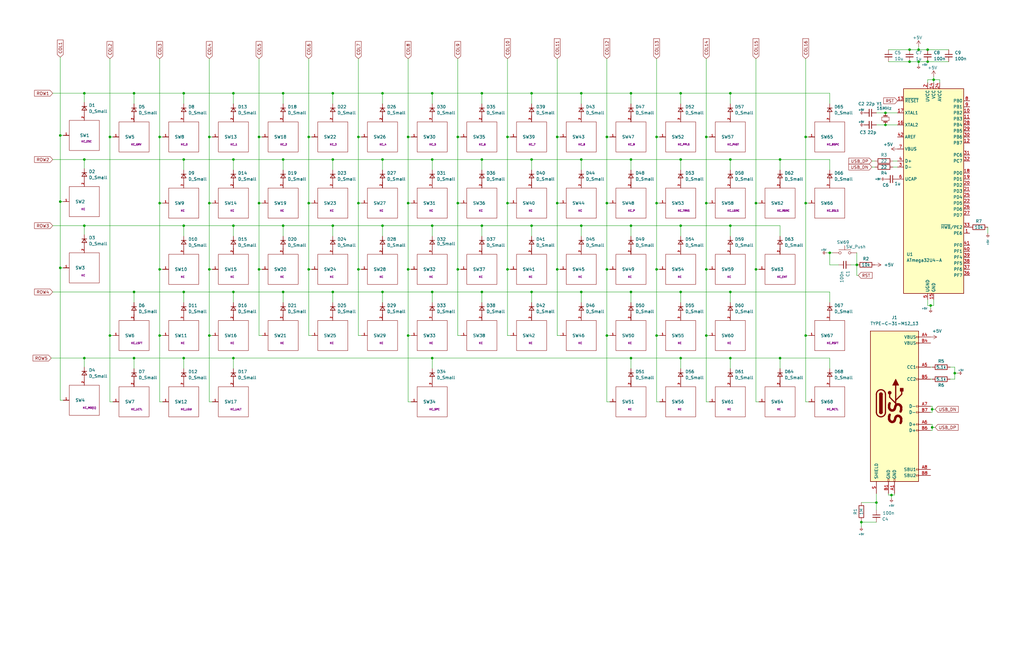
<source format=kicad_sch>
(kicad_sch (version 20211123) (generator eeschema)
  (paper "B")
  (junction (at 109.22 57.785))
  (junction (at 234.95 113.665))
  (junction (at 318.77 85.725))
  (junction (at 213.995 85.725))
  (junction (at 88.265 57.785))
  (junction (at 161.29 67.31))
  (junction (at 363.22 220.345))
  (junction (at 140.335 95.25))
  (junction (at 130.175 113.665))
  (junction (at 276.86 85.725))
  (junction (at 213.995 57.785))
  (junction (at 193.04 85.725))
  (junction (at 297.815 113.665))
  (junction (at 193.04 113.665))
  (junction (at 161.29 123.19))
  (junction (at 361.315 111.76))
  (junction (at 328.93 67.31))
  (junction (at 255.905 141.605))
  (junction (at 276.86 57.785))
  (junction (at 109.22 85.725))
  (junction (at 255.905 57.785))
  (junction (at 276.86 113.665))
  (junction (at 119.38 67.31))
  (junction (at 393.7 33.655))
  (junction (at 287.02 123.19))
  (junction (at 213.995 113.665))
  (junction (at 25.4 85.09))
  (junction (at 373.38 47.625))
  (junction (at 203.2 67.31))
  (junction (at 35.56 67.31))
  (junction (at 130.175 57.785))
  (junction (at 383.54 20.955))
  (junction (at 67.31 113.665))
  (junction (at 193.04 57.785))
  (junction (at 182.245 123.19))
  (junction (at 373.38 52.705))
  (junction (at 391.16 20.955))
  (junction (at 307.975 151.13))
  (junction (at 151.13 57.785))
  (junction (at 393.065 180.34))
  (junction (at 387.35 26.035))
  (junction (at 161.29 39.37))
  (junction (at 182.245 151.13))
  (junction (at 255.905 113.665))
  (junction (at 392.43 128.905))
  (junction (at 98.425 151.13))
  (junction (at 77.47 67.31))
  (junction (at 98.425 39.37))
  (junction (at 402.59 157.48))
  (junction (at 77.47 95.25))
  (junction (at 276.86 141.605))
  (junction (at 182.245 39.37))
  (junction (at 161.29 95.25))
  (junction (at 245.11 67.31))
  (junction (at 151.13 113.665))
  (junction (at 224.155 95.25))
  (junction (at 255.905 85.725))
  (junction (at 339.725 57.785))
  (junction (at 151.13 85.725))
  (junction (at 234.95 85.725))
  (junction (at 172.085 141.605))
  (junction (at 67.31 57.785))
  (junction (at 67.31 85.725))
  (junction (at 203.2 123.19))
  (junction (at 56.515 123.19))
  (junction (at 203.2 39.37))
  (junction (at 77.47 123.19))
  (junction (at 318.77 113.665))
  (junction (at 339.725 85.725))
  (junction (at 46.355 57.785))
  (junction (at 234.95 57.785))
  (junction (at 203.2 95.25))
  (junction (at 172.085 85.725))
  (junction (at 245.11 39.37))
  (junction (at 56.515 39.37))
  (junction (at 387.35 20.955))
  (junction (at 119.38 95.25))
  (junction (at 266.065 151.13))
  (junction (at 224.155 123.19))
  (junction (at 224.155 39.37))
  (junction (at 266.065 95.25))
  (junction (at 287.02 95.25))
  (junction (at 349.885 106.68))
  (junction (at 67.31 141.605))
  (junction (at 287.02 39.37))
  (junction (at 46.355 141.605))
  (junction (at 328.93 151.13))
  (junction (at 119.38 123.19))
  (junction (at 35.56 151.13))
  (junction (at 224.155 67.31))
  (junction (at 182.245 67.31))
  (junction (at 307.975 39.37))
  (junction (at 88.265 113.665))
  (junction (at 77.47 151.13))
  (junction (at 182.245 95.25))
  (junction (at 98.425 67.31))
  (junction (at 266.065 67.31))
  (junction (at 287.02 151.13))
  (junction (at 393.065 172.72))
  (junction (at 35.56 39.37))
  (junction (at 56.515 151.13))
  (junction (at 307.975 67.31))
  (junction (at 119.38 39.37))
  (junction (at 130.175 85.725))
  (junction (at 297.815 85.725))
  (junction (at 109.22 113.665))
  (junction (at 375.92 208.915))
  (junction (at 339.725 141.605))
  (junction (at 25.4 113.03))
  (junction (at 297.815 141.605))
  (junction (at 35.56 95.25))
  (junction (at 98.425 123.19))
  (junction (at 88.265 141.605))
  (junction (at 172.085 57.785))
  (junction (at 25.4 57.15))
  (junction (at 140.335 67.31))
  (junction (at 383.54 26.035))
  (junction (at 297.815 57.785))
  (junction (at 307.975 123.19))
  (junction (at 307.975 95.25))
  (junction (at 140.335 123.19))
  (junction (at 266.065 123.19))
  (junction (at 98.425 95.25))
  (junction (at 245.11 95.25))
  (junction (at 391.16 26.035))
  (junction (at 88.265 85.725))
  (junction (at 172.085 113.665))
  (junction (at 266.065 39.37))
  (junction (at 287.02 67.31))
  (junction (at 77.47 39.37))
  (junction (at 369.57 212.09))
  (junction (at 245.11 123.19))
  (junction (at 140.335 39.37))
  (wire (pts (xy 349.885 43.815) (xy 349.885 39.37)))
  (wire (pts (xy 377.19 208.915) (xy 377.19 208.28)))
  (wire (pts (xy 193.04 85.725) (xy 193.04 113.665)))
  (wire (pts (xy 88.265 141.605) (xy 89.535 141.605)))
  (wire (pts (xy 367.665 67.945) (xy 368.935 67.945)))
  (wire (pts (xy 266.065 99.695) (xy 266.065 95.25)))
  (wire (pts (xy 383.54 26.035) (xy 387.35 26.035)))
  (wire (pts (xy 393.7 126.365) (xy 393.7 128.905)))
  (wire (pts (xy 393.7 33.655) (xy 396.24 33.655)))
  (wire (pts (xy 287.02 123.19) (xy 266.065 123.19)))
  (wire (pts (xy 416.56 95.885) (xy 416.56 98.425)))
  (wire (pts (xy 339.725 57.785) (xy 339.725 85.725)))
  (wire (pts (xy 363.22 220.345) (xy 363.22 219.71)))
  (wire (pts (xy 276.86 141.605) (xy 276.86 169.545)))
  (wire (pts (xy 119.38 71.755) (xy 119.38 67.31)))
  (wire (pts (xy 46.355 57.785) (xy 47.625 57.785)))
  (wire (pts (xy 98.425 43.815) (xy 98.425 39.37)))
  (wire (pts (xy 361.95 116.205) (xy 361.315 116.205)))
  (wire (pts (xy 373.38 52.705) (xy 378.46 52.705)))
  (wire (pts (xy 119.38 67.31) (xy 98.425 67.31)))
  (wire (pts (xy 67.31 141.605) (xy 67.31 169.545)))
  (wire (pts (xy 193.04 113.665) (xy 194.31 113.665)))
  (wire (pts (xy 339.725 141.605) (xy 339.725 169.545)))
  (wire (pts (xy 151.13 141.605) (xy 152.4 141.605)))
  (wire (pts (xy 35.56 154.94) (xy 35.56 151.13)))
  (wire (pts (xy 46.355 141.605) (xy 46.355 169.545)))
  (wire (pts (xy 392.43 128.905) (xy 391.16 128.905)))
  (wire (pts (xy 35.56 99.06) (xy 35.56 95.25)))
  (wire (pts (xy 224.155 123.19) (xy 203.2 123.19)))
  (wire (pts (xy 98.425 39.37) (xy 77.47 39.37)))
  (wire (pts (xy 287.02 67.31) (xy 266.065 67.31)))
  (wire (pts (xy 98.425 99.695) (xy 98.425 95.25)))
  (wire (pts (xy 339.725 169.545) (xy 340.995 169.545)))
  (wire (pts (xy 88.265 24.765) (xy 88.265 57.785)))
  (wire (pts (xy 393.7 128.905) (xy 392.43 128.905)))
  (wire (pts (xy 234.95 113.665) (xy 234.95 141.605)))
  (wire (pts (xy 391.16 128.905) (xy 391.16 126.365)))
  (wire (pts (xy 130.175 85.725) (xy 130.175 113.665)))
  (wire (pts (xy 369.57 52.705) (xy 373.38 52.705)))
  (wire (pts (xy 297.815 113.665) (xy 297.815 141.605)))
  (wire (pts (xy 119.38 39.37) (xy 98.425 39.37)))
  (wire (pts (xy 172.085 141.605) (xy 173.355 141.605)))
  (wire (pts (xy 276.86 113.665) (xy 276.86 141.605)))
  (wire (pts (xy 25.4 113.03) (xy 25.4 168.91)))
  (wire (pts (xy 387.35 20.955) (xy 391.16 20.955)))
  (wire (pts (xy 213.995 113.665) (xy 213.995 141.605)))
  (wire (pts (xy 320.04 85.725) (xy 318.77 85.725)))
  (wire (pts (xy 276.86 57.785) (xy 276.86 85.725)))
  (wire (pts (xy 140.335 67.31) (xy 119.38 67.31)))
  (wire (pts (xy 161.29 123.19) (xy 140.335 123.19)))
  (wire (pts (xy 393.065 173.99) (xy 392.43 173.99)))
  (wire (pts (xy 130.175 113.665) (xy 131.445 113.665)))
  (wire (pts (xy 161.29 127.635) (xy 161.29 123.19)))
  (wire (pts (xy 224.155 67.31) (xy 203.2 67.31)))
  (wire (pts (xy 349.885 106.68) (xy 348.615 106.68)))
  (wire (pts (xy 255.905 141.605) (xy 255.905 169.545)))
  (wire (pts (xy 182.245 155.575) (xy 182.245 151.13)))
  (wire (pts (xy 67.31 113.665) (xy 67.31 141.605)))
  (wire (pts (xy 119.38 127.635) (xy 119.38 123.19)))
  (wire (pts (xy 194.31 85.725) (xy 193.04 85.725)))
  (wire (pts (xy 213.995 57.785) (xy 213.995 85.725)))
  (wire (pts (xy 349.885 155.575) (xy 349.885 151.13)))
  (wire (pts (xy 130.175 24.765) (xy 130.175 57.785)))
  (wire (pts (xy 266.065 127.635) (xy 266.065 123.19)))
  (wire (pts (xy 318.77 113.665) (xy 320.04 113.665)))
  (wire (pts (xy 255.905 169.545) (xy 257.175 169.545)))
  (wire (pts (xy 25.4 113.03) (xy 26.67 113.03)))
  (wire (pts (xy 35.56 39.37) (xy 22.225 39.37)))
  (wire (pts (xy 68.58 85.725) (xy 67.31 85.725)))
  (wire (pts (xy 266.065 39.37) (xy 245.11 39.37)))
  (wire (pts (xy 67.31 57.785) (xy 68.58 57.785)))
  (wire (pts (xy 213.995 113.665) (xy 215.265 113.665)))
  (wire (pts (xy 46.355 24.765) (xy 46.355 57.785)))
  (wire (pts (xy 276.86 24.765) (xy 276.86 57.785)))
  (wire (pts (xy 257.175 85.725) (xy 255.905 85.725)))
  (wire (pts (xy 387.35 19.685) (xy 387.35 20.955)))
  (wire (pts (xy 307.975 123.19) (xy 287.02 123.19)))
  (wire (pts (xy 266.065 67.31) (xy 245.11 67.31)))
  (wire (pts (xy 349.885 111.76) (xy 349.885 106.68)))
  (wire (pts (xy 161.29 43.815) (xy 161.29 39.37)))
  (wire (pts (xy 393.7 32.385) (xy 393.7 33.655)))
  (wire (pts (xy 328.93 71.755) (xy 328.93 67.31)))
  (wire (pts (xy 393.065 179.07) (xy 393.065 180.34)))
  (wire (pts (xy 88.265 169.545) (xy 89.535 169.545)))
  (wire (pts (xy 46.355 169.545) (xy 47.625 169.545)))
  (wire (pts (xy 213.995 24.765) (xy 213.995 57.785)))
  (wire (pts (xy 109.22 57.785) (xy 109.22 85.725)))
  (wire (pts (xy 88.265 57.785) (xy 89.535 57.785)))
  (wire (pts (xy 393.065 171.45) (xy 392.43 171.45)))
  (wire (pts (xy 25.4 85.09) (xy 25.4 113.03)))
  (wire (pts (xy 98.425 123.19) (xy 77.47 123.19)))
  (wire (pts (xy 255.905 113.665) (xy 255.905 141.605)))
  (wire (pts (xy 22.225 123.19) (xy 56.515 123.19)))
  (wire (pts (xy 245.11 127.635) (xy 245.11 123.19)))
  (wire (pts (xy 203.2 95.25) (xy 182.245 95.25)))
  (wire (pts (xy 193.04 57.785) (xy 193.04 85.725)))
  (wire (pts (xy 383.54 20.955) (xy 387.35 20.955)))
  (wire (pts (xy 234.95 113.665) (xy 236.22 113.665)))
  (wire (pts (xy 369.57 47.625) (xy 373.38 47.625)))
  (wire (pts (xy 236.22 85.725) (xy 234.95 85.725)))
  (wire (pts (xy 245.11 95.25) (xy 224.155 95.25)))
  (wire (pts (xy 307.975 127.635) (xy 307.975 123.19)))
  (wire (pts (xy 339.725 24.765) (xy 339.725 57.785)))
  (wire (pts (xy 278.13 85.725) (xy 276.86 85.725)))
  (wire (pts (xy 307.975 151.13) (xy 287.02 151.13)))
  (wire (pts (xy 353.695 111.76) (xy 349.885 111.76)))
  (wire (pts (xy 193.04 141.605) (xy 194.31 141.605)))
  (wire (pts (xy 130.175 57.785) (xy 131.445 57.785)))
  (wire (pts (xy 131.445 85.725) (xy 130.175 85.725)))
  (wire (pts (xy 349.885 106.68) (xy 351.155 106.68)))
  (wire (pts (xy 393.065 179.07) (xy 392.43 179.07)))
  (wire (pts (xy 387.35 26.035) (xy 387.35 27.305)))
  (wire (pts (xy 245.11 39.37) (xy 224.155 39.37)))
  (wire (pts (xy 77.47 123.19) (xy 56.515 123.19)))
  (wire (pts (xy 234.95 141.605) (xy 236.22 141.605)))
  (wire (pts (xy 224.155 99.695) (xy 224.155 95.25)))
  (wire (pts (xy 119.38 99.695) (xy 119.38 95.25)))
  (wire (pts (xy 77.47 39.37) (xy 56.515 39.37)))
  (wire (pts (xy 339.725 141.605) (xy 340.995 141.605)))
  (wire (pts (xy 35.56 67.31) (xy 22.225 67.31)))
  (wire (pts (xy 140.335 43.815) (xy 140.335 39.37)))
  (wire (pts (xy 400.685 160.02) (xy 402.59 160.02)))
  (wire (pts (xy 56.515 39.37) (xy 35.56 39.37)))
  (wire (pts (xy 119.38 95.25) (xy 98.425 95.25)))
  (wire (pts (xy 25.4 24.13) (xy 25.4 57.15)))
  (wire (pts (xy 193.04 57.785) (xy 194.31 57.785)))
  (wire (pts (xy 307.975 155.575) (xy 307.975 151.13)))
  (wire (pts (xy 213.995 141.605) (xy 215.265 141.605)))
  (wire (pts (xy 151.13 113.665) (xy 152.4 113.665)))
  (wire (pts (xy 391.16 33.655) (xy 393.7 33.655)))
  (wire (pts (xy 56.515 155.575) (xy 56.515 151.13)))
  (wire (pts (xy 318.77 85.725) (xy 318.77 113.665)))
  (wire (pts (xy 307.975 123.19) (xy 349.885 123.19)))
  (wire (pts (xy 35.56 95.25) (xy 77.47 95.25)))
  (wire (pts (xy 193.04 113.665) (xy 193.04 141.605)))
  (wire (pts (xy 339.725 85.725) (xy 339.725 141.605)))
  (wire (pts (xy 375.92 208.915) (xy 375.92 210.185)))
  (wire (pts (xy 391.16 20.955) (xy 400.05 20.955)))
  (wire (pts (xy 25.4 57.15) (xy 26.67 57.15)))
  (wire (pts (xy 151.13 57.785) (xy 151.13 85.725)))
  (wire (pts (xy 224.155 95.25) (xy 203.2 95.25)))
  (wire (pts (xy 363.22 220.345) (xy 369.57 220.345)))
  (wire (pts (xy 161.29 99.695) (xy 161.29 95.25)))
  (wire (pts (xy 287.02 39.37) (xy 266.065 39.37)))
  (wire (pts (xy 375.92 208.915) (xy 377.19 208.915)))
  (wire (pts (xy 266.065 155.575) (xy 266.065 151.13)))
  (wire (pts (xy 276.86 113.665) (xy 278.13 113.665)))
  (wire (pts (xy 109.22 24.765) (xy 109.22 57.785)))
  (wire (pts (xy 182.245 99.695) (xy 182.245 95.25)))
  (wire (pts (xy 297.815 113.665) (xy 299.085 113.665)))
  (wire (pts (xy 266.065 123.19) (xy 245.11 123.19)))
  (wire (pts (xy 56.515 151.13) (xy 35.56 151.13)))
  (wire (pts (xy 393.065 180.34) (xy 393.065 181.61)))
  (wire (pts (xy 203.2 39.37) (xy 182.245 39.37)))
  (wire (pts (xy 88.265 141.605) (xy 88.265 169.545)))
  (wire (pts (xy 287.02 155.575) (xy 287.02 151.13)))
  (wire (pts (xy 203.2 67.31) (xy 182.245 67.31)))
  (wire (pts (xy 266.065 71.755) (xy 266.065 67.31)))
  (wire (pts (xy 182.245 127.635) (xy 182.245 123.19)))
  (wire (pts (xy 215.265 85.725) (xy 213.995 85.725)))
  (wire (pts (xy 234.95 24.765) (xy 234.95 57.785)))
  (wire (pts (xy 67.31 57.785) (xy 67.31 85.725)))
  (wire (pts (xy 297.815 57.785) (xy 299.085 57.785)))
  (wire (pts (xy 224.155 39.37) (xy 203.2 39.37)))
  (wire (pts (xy 172.085 57.785) (xy 173.355 57.785)))
  (wire (pts (xy 172.085 24.765) (xy 172.085 57.785)))
  (wire (pts (xy 172.085 113.665) (xy 172.085 141.605)))
  (wire (pts (xy 77.47 127.635) (xy 77.47 123.19)))
  (wire (pts (xy 26.67 85.09) (xy 25.4 85.09)))
  (wire (pts (xy 393.7 33.655) (xy 393.7 34.925)))
  (wire (pts (xy 203.2 127.635) (xy 203.2 123.19)))
  (wire (pts (xy 255.905 85.725) (xy 255.905 113.665)))
  (wire (pts (xy 287.02 151.13) (xy 266.065 151.13)))
  (wire (pts (xy 172.085 169.545) (xy 173.355 169.545)))
  (wire (pts (xy 98.425 155.575) (xy 98.425 151.13)))
  (wire (pts (xy 182.245 71.755) (xy 182.245 67.31)))
  (wire (pts (xy 98.425 151.13) (xy 77.47 151.13)))
  (wire (pts (xy 234.95 57.785) (xy 236.22 57.785)))
  (wire (pts (xy 203.2 123.19) (xy 182.245 123.19)))
  (wire (pts (xy 287.02 99.695) (xy 287.02 95.25)))
  (wire (pts (xy 318.77 113.665) (xy 318.77 169.545)))
  (wire (pts (xy 46.355 57.785) (xy 46.355 141.605)))
  (wire (pts (xy 140.335 99.695) (xy 140.335 95.25)))
  (wire (pts (xy 245.11 67.31) (xy 224.155 67.31)))
  (wire (pts (xy 182.245 39.37) (xy 161.29 39.37)))
  (wire (pts (xy 98.425 127.635) (xy 98.425 123.19)))
  (wire (pts (xy 88.265 113.665) (xy 88.265 141.605)))
  (wire (pts (xy 297.815 169.545) (xy 299.085 169.545)))
  (wire (pts (xy 140.335 95.25) (xy 119.38 95.25)))
  (wire (pts (xy 193.04 24.765) (xy 193.04 57.785)))
  (wire (pts (xy 88.265 113.665) (xy 89.535 113.665)))
  (wire (pts (xy 110.49 85.725) (xy 109.22 85.725)))
  (wire (pts (xy 161.29 39.37) (xy 140.335 39.37)))
  (wire (pts (xy 98.425 95.25) (xy 77.47 95.25)))
  (wire (pts (xy 297.815 141.605) (xy 297.815 169.545)))
  (wire (pts (xy 109.22 57.785) (xy 110.49 57.785)))
  (wire (pts (xy 152.4 85.725) (xy 151.13 85.725)))
  (wire (pts (xy 56.515 43.815) (xy 56.515 39.37)))
  (wire (pts (xy 140.335 127.635) (xy 140.335 123.19)))
  (wire (pts (xy 307.975 95.25) (xy 287.02 95.25)))
  (wire (pts (xy 276.86 85.725) (xy 276.86 113.665)))
  (wire (pts (xy 67.31 85.725) (xy 67.31 113.665)))
  (wire (pts (xy 98.425 151.13) (xy 182.245 151.13)))
  (wire (pts (xy 276.86 57.785) (xy 278.13 57.785)))
  (wire (pts (xy 172.085 141.605) (xy 172.085 169.545)))
  (wire (pts (xy 140.335 123.19) (xy 119.38 123.19)))
  (wire (pts (xy 255.905 57.785) (xy 255.905 85.725)))
  (wire (pts (xy 77.47 99.695) (xy 77.47 95.25)))
  (wire (pts (xy 151.13 57.785) (xy 152.4 57.785)))
  (wire (pts (xy 363.22 222.25) (xy 363.22 220.345)))
  (wire (pts (xy 67.31 141.605) (xy 68.58 141.605)))
  (wire (pts (xy 234.95 57.785) (xy 234.95 85.725)))
  (wire (pts (xy 373.38 47.625) (xy 378.46 47.625)))
  (wire (pts (xy 25.4 57.15) (xy 25.4 85.09)))
  (wire (pts (xy 88.265 57.785) (xy 88.265 85.725)))
  (wire (pts (xy 98.425 67.31) (xy 77.47 67.31)))
  (wire (pts (xy 402.59 160.02) (xy 402.59 157.48)))
  (wire (pts (xy 161.29 71.755) (xy 161.29 67.31)))
  (wire (pts (xy 374.65 20.955) (xy 383.54 20.955)))
  (wire (pts (xy 109.22 85.725) (xy 109.22 113.665)))
  (wire (pts (xy 25.4 168.91) (xy 26.67 168.91)))
  (wire (pts (xy 151.13 85.725) (xy 151.13 113.665)))
  (wire (pts (xy 276.86 169.545) (xy 278.13 169.545)))
  (wire (pts (xy 182.245 67.31) (xy 161.29 67.31)))
  (wire (pts (xy 287.02 95.25) (xy 266.065 95.25)))
  (wire (pts (xy 88.265 85.725) (xy 88.265 113.665)))
  (wire (pts (xy 328.93 95.25) (xy 307.975 95.25)))
  (wire (pts (xy 119.38 123.19) (xy 98.425 123.19)))
  (wire (pts (xy 35.56 43.18) (xy 35.56 39.37)))
  (wire (pts (xy 245.11 43.815) (xy 245.11 39.37)))
  (wire (pts (xy 374.65 208.915) (xy 375.92 208.915)))
  (wire (pts (xy 391.16 34.925) (xy 391.16 33.655)))
  (wire (pts (xy 378.46 67.945) (xy 376.555 67.945)))
  (wire (pts (xy 363.22 212.09) (xy 369.57 212.09)))
  (wire (pts (xy 203.2 99.695) (xy 203.2 95.25)))
  (wire (pts (xy 130.175 57.785) (xy 130.175 85.725)))
  (wire (pts (xy 287.02 127.635) (xy 287.02 123.19)))
  (wire (pts (xy 307.975 43.815) (xy 307.975 39.37)))
  (wire (pts (xy 393.065 181.61) (xy 392.43 181.61)))
  (wire (pts (xy 67.31 113.665) (xy 68.58 113.665)))
  (wire (pts (xy 77.47 151.13) (xy 56.515 151.13)))
  (wire (pts (xy 266.065 43.815) (xy 266.065 39.37)))
  (wire (pts (xy 140.335 71.755) (xy 140.335 67.31)))
  (wire (pts (xy 349.885 151.13) (xy 328.93 151.13)))
  (wire (pts (xy 299.085 85.725) (xy 297.815 85.725)))
  (wire (pts (xy 203.2 71.755) (xy 203.2 67.31)))
  (wire (pts (xy 255.905 113.665) (xy 257.175 113.665)))
  (wire (pts (xy 307.975 39.37) (xy 287.02 39.37)))
  (wire (pts (xy 328.93 151.13) (xy 307.975 151.13)))
  (wire (pts (xy 35.56 151.13) (xy 21.59 151.13)))
  (wire (pts (xy 172.085 113.665) (xy 173.355 113.665)))
  (wire (pts (xy 349.885 71.755) (xy 349.885 67.31)))
  (wire (pts (xy 234.95 85.725) (xy 234.95 113.665)))
  (wire (pts (xy 89.535 85.725) (xy 88.265 85.725)))
  (wire (pts (xy 349.885 127.635) (xy 349.885 123.19)))
  (wire (pts (xy 109.22 113.665) (xy 110.49 113.665)))
  (wire (pts (xy 203.2 43.815) (xy 203.2 39.37)))
  (wire (pts (xy 172.085 85.725) (xy 172.085 113.665)))
  (wire (pts (xy 374.65 26.035) (xy 383.54 26.035)))
  (wire (pts (xy 339.725 57.785) (xy 340.995 57.785)))
  (wire (pts (xy 393.065 180.34) (xy 394.335 180.34)))
  (wire (pts (xy 402.59 157.48) (xy 403.86 157.48)))
  (wire (pts (xy 245.11 123.19) (xy 224.155 123.19)))
  (wire (pts (xy 245.11 99.695) (xy 245.11 95.25)))
  (wire (pts (xy 376.555 70.485) (xy 378.46 70.485)))
  (wire (pts (xy 140.335 39.37) (xy 119.38 39.37)))
  (wire (pts (xy 67.31 169.545) (xy 68.58 169.545)))
  (wire (pts (xy 287.02 43.815) (xy 287.02 39.37)))
  (wire (pts (xy 182.245 123.19) (xy 161.29 123.19)))
  (wire (pts (xy 224.155 43.815) (xy 224.155 39.37)))
  (wire (pts (xy 213.995 85.725) (xy 213.995 113.665)))
  (wire (pts (xy 67.31 24.765) (xy 67.31 57.785)))
  (wire (pts (xy 130.175 113.665) (xy 130.175 141.605)))
  (wire (pts (xy 35.56 67.31) (xy 77.47 67.31)))
  (wire (pts (xy 46.355 141.605) (xy 47.625 141.605)))
  (wire (pts (xy 393.065 172.72) (xy 394.335 172.72)))
  (wire (pts (xy 392.43 154.94) (xy 393.065 154.94)))
  (wire (pts (xy 369.57 212.09) (xy 369.57 215.265)))
  (wire (pts (xy 182.245 95.25) (xy 161.29 95.25)))
  (wire (pts (xy 56.515 127.635) (xy 56.515 123.19)))
  (wire (pts (xy 213.995 57.785) (xy 215.265 57.785)))
  (wire (pts (xy 109.22 113.665) (xy 109.22 141.605)))
  (wire (pts (xy 392.43 128.905) (xy 392.43 130.175)))
  (wire (pts (xy 109.22 141.605) (xy 110.49 141.605)))
  (wire (pts (xy 393.065 172.72) (xy 393.065 173.99)))
  (wire (pts (xy 255.905 24.765) (xy 255.905 57.785)))
  (wire (pts (xy 130.175 141.605) (xy 131.445 141.605)))
  (wire (pts (xy 287.02 71.755) (xy 287.02 67.31)))
  (wire (pts (xy 98.425 71.755) (xy 98.425 67.31)))
  (wire (pts (xy 77.47 71.755) (xy 77.47 67.31)))
  (wire (pts (xy 35.56 95.25) (xy 22.225 95.25)))
  (wire (pts (xy 297.815 141.605) (xy 299.085 141.605)))
  (wire (pts (xy 119.38 43.815) (xy 119.38 39.37)))
  (wire (pts (xy 392.43 160.02) (xy 393.065 160.02)))
  (wire (pts (xy 340.995 85.725) (xy 339.725 85.725)))
  (wire (pts (xy 245.11 71.755) (xy 245.11 67.31)))
  (wire (pts (xy 35.56 71.12) (xy 35.56 67.31)))
  (wire (pts (xy 349.885 67.31) (xy 328.93 67.31)))
  (wire (pts (xy 361.315 106.68) (xy 361.315 111.76)))
  (wire (pts (xy 367.665 70.485) (xy 368.935 70.485)))
  (wire (pts (xy 151.13 113.665) (xy 151.13 141.605)))
  (wire (pts (xy 361.315 111.76) (xy 361.315 116.205)))
  (wire (pts (xy 402.59 157.48) (xy 402.59 154.94)))
  (wire (pts (xy 328.93 67.31) (xy 307.975 67.31)))
  (wire (pts (xy 318.77 24.765) (xy 318.77 85.725)))
  (wire (pts (xy 374.65 208.915) (xy 374.65 208.28)))
  (wire (pts (xy 151.13 24.765) (xy 151.13 57.785)))
  (wire (pts (xy 255.905 57.785) (xy 257.175 57.785)))
  (wire (pts (xy 297.815 57.785) (xy 297.815 85.725)))
  (wire (pts (xy 361.315 111.76) (xy 358.775 111.76)))
  (wire (pts (xy 307.975 67.31) (xy 287.02 67.31)))
  (wire (pts (xy 77.47 155.575) (xy 77.47 151.13)))
  (wire (pts (xy 328.93 99.695) (xy 328.93 95.25)))
  (wire (pts (xy 328.93 155.575) (xy 328.93 151.13)))
  (wire (pts (xy 266.065 95.25) (xy 245.11 95.25)))
  (wire (pts (xy 297.815 85.725) (xy 297.815 113.665)))
  (wire (pts (xy 173.355 85.725) (xy 172.085 85.725)))
  (wire (pts (xy 391.16 26.035) (xy 400.05 26.035)))
  (wire (pts (xy 396.24 33.655) (xy 396.24 34.925)))
  (wire (pts (xy 224.155 71.755) (xy 224.155 67.31)))
  (wire (pts (xy 276.86 141.605) (xy 278.13 141.605)))
  (wire (pts (xy 255.905 141.605) (xy 257.175 141.605)))
  (wire (pts (xy 77.47 43.815) (xy 77.47 39.37)))
  (wire (pts (xy 307.975 39.37) (xy 349.885 39.37)))
  (wire (pts (xy 182.245 43.815) (xy 182.245 39.37)))
  (wire (pts (xy 307.975 71.755) (xy 307.975 67.31)))
  (wire (pts (xy 161.29 95.25) (xy 140.335 95.25)))
  (wire (pts (xy 297.815 24.765) (xy 297.815 57.785)))
  (wire (pts (xy 182.245 151.13) (xy 266.065 151.13)))
  (wire (pts (xy 387.35 26.035) (xy 391.16 26.035)))
  (wire (pts (xy 393.065 171.45) (xy 393.065 172.72)))
  (wire (pts (xy 172.085 57.785) (xy 172.085 85.725)))
  (wire (pts (xy 161.29 67.31) (xy 140.335 67.31)))
  (wire (pts (xy 402.59 154.94) (xy 400.685 154.94)))
  (wire (pts (xy 224.155 127.635) (xy 224.155 123.19)))
  (wire (pts (xy 369.57 208.28) (xy 369.57 212.09)))
  (wire (pts (xy 307.975 99.695) (xy 307.975 95.25)))
  (wire (pts (xy 318.77 169.545) (xy 320.04 169.545)))
  (global_label "USB_DP" (shape input) (at 394.335 180.34 0) (property "Intersheet References" "${INTERSHEET_REFS}" (effects hide)))
  (global_label "RST" (shape input) (at 361.95 116.205 0) (property "Intersheet References" "${INTERSHEET_REFS}" (effects hide)))
  (global_label "COL11" (shape input) (at 234.95 24.765 90) (property "Intersheet References" "${INTERSHEET_REFS}" (effects hide)))
  (global_label "ROW3" (shape input) (at 22.225 95.25 180) (property "Intersheet References" "${INTERSHEET_REFS}" (effects hide)))
  (global_label "COL2" (shape input) (at 46.355 24.765 90) (property "Intersheet References" "${INTERSHEET_REFS}" (effects hide)))
  (global_label "COL12" (shape input) (at 255.905 24.765 90) (property "Intersheet References" "${INTERSHEET_REFS}" (effects hide)))
  (global_label "RST" (shape input) (at 378.46 42.545 180) (property "Intersheet References" "${INTERSHEET_REFS}" (effects hide)))
  (global_label "USB_DP" (shape input) (at 367.665 67.945 180) (property "Intersheet References" "${INTERSHEET_REFS}" (effects hide)))
  (global_label "COL10" (shape input) (at 213.995 24.765 90) (property "Intersheet References" "${INTERSHEET_REFS}" (effects hide)))
  (global_label "COL8" (shape input) (at 172.085 24.765 90) (property "Intersheet References" "${INTERSHEET_REFS}" (effects hide)))
  (global_label "COL15" (shape input) (at 318.77 24.765 90) (property "Intersheet References" "${INTERSHEET_REFS}" (effects hide)))
  (global_label "COL7" (shape input) (at 151.13 24.765 90) (property "Intersheet References" "${INTERSHEET_REFS}" (effects hide)))
  (global_label "USB_DN" (shape input) (at 367.665 70.485 180) (property "Intersheet References" "${INTERSHEET_REFS}" (effects hide)))
  (global_label "ROW2" (shape input) (at 22.225 67.31 180) (property "Intersheet References" "${INTERSHEET_REFS}" (effects hide)))
  (global_label "COL16" (shape input) (at 339.725 24.765 90) (property "Intersheet References" "${INTERSHEET_REFS}" (effects hide)))
  (global_label "ROW5" (shape input) (at 21.59 151.13 180) (property "Intersheet References" "${INTERSHEET_REFS}" (effects hide)))
  (global_label "COL14" (shape input) (at 297.815 24.765 90) (property "Intersheet References" "${INTERSHEET_REFS}" (effects hide)))
  (global_label "COL5" (shape input) (at 109.22 24.765 90) (property "Intersheet References" "${INTERSHEET_REFS}" (effects hide)))
  (global_label "ROW4" (shape input) (at 22.225 123.19 180) (property "Intersheet References" "${INTERSHEET_REFS}" (effects hide)))
  (global_label "ROW1" (shape input) (at 22.225 39.37 180) (property "Intersheet References" "${INTERSHEET_REFS}" (effects hide)))
  (global_label "COL1" (shape input) (at 25.4 24.13 90) (property "Intersheet References" "${INTERSHEET_REFS}" (effects hide)))
  (global_label "COL6" (shape input) (at 130.175 24.765 90) (property "Intersheet References" "${INTERSHEET_REFS}" (effects hide)))
  (global_label "COL9" (shape input) (at 193.04 24.765 90) (property "Intersheet References" "${INTERSHEET_REFS}" (effects hide)))
  (global_label "COL4" (shape input) (at 88.265 24.765 90) (property "Intersheet References" "${INTERSHEET_REFS}" (effects hide)))
  (global_label "COL3" (shape input) (at 67.31 24.765 90) (property "Intersheet References" "${INTERSHEET_REFS}" (effects hide)))
  (global_label "USB_DN" (shape input) (at 394.335 172.72 0) (property "Intersheet References" "${INTERSHEET_REFS}" (effects hide)))
  (global_label "COL13" (shape input) (at 276.86 24.765 90) (property "Intersheet References" "${INTERSHEET_REFS}" (effects hide)))
  (symbol (lib_id "acheron_Symbols:Mechanical_Switch") (at 98.425 85.725 0) (unit 1)
    (property "Reference" "SW14" (at 94.615 85.725 0) (effects (justify left)))
    (property "Value" "Mechanical_Switch" (effects hide))
    (property "Keycode" "KC" (at 97.155 88.9 0) (effects (font (size 0.762 0.762)) (justify left)))
  )
  (symbol (lib_id "Device:C_Small") (at 367.03 47.625 270) (unit 1)
    (property "Reference" "C2" (at 363.22 43.815 90))
    (property "Value" "22p" (at 367.03 43.815 90))
  )
  (symbol (lib_id "Device:D_Small") (at 287.02 130.175 270) (unit 1)
    (property "Reference" "D55" (at 288.925 128.9049 90) (effects (justify left)))
    (property "Value" "D_Small" (at 288.925 131.4449 90) (effects (justify left)))
  )
  (symbol (lib_id "Device:D_Small") (at 224.155 74.295 270) (unit 1)
    (property "Reference" "D40" (at 226.06 73.0249 90) (effects (justify left)))
    (property "Value" "D_Small" (at 226.06 75.5649 90) (effects (justify left)))
  )
  (symbol (lib_id "acheron_Symbols:Mechanical_Switch") (at 287.02 113.665 0) (unit 1)
    (property "Reference" "SW54" (at 283.21 113.665 0) (effects (justify left)))
    (property "Value" "Mechanical_Switch" (effects hide))
    (property "Keycode" "KC" (at 285.75 116.84 0) (effects (font (size 0.762 0.762)) (justify left)))
  )
  (symbol (lib_id "acheron_Symbols:Mechanical_Switch") (at 307.975 141.605 0) (unit 1)
    (property "Reference" "SW60" (at 304.165 141.605 0) (effects (justify left)))
    (property "Value" "Mechanical_Switch" (effects hide))
    (property "Keycode" "KC" (at 306.705 144.78 0) (effects (font (size 0.762 0.762)) (justify left)))
  )
  (symbol (lib_id "acheron_Symbols:TYPE-C-31-M12_13") (at 377.19 171.45 0) (unit 1)
    (property "Reference" "J1" (at 377.19 133.985 0))
    (property "Value" "TYPE-C-31-M12_13" (at 377.19 136.525 0))
    (property "Footprint" "acheronConnectors:TYPE-C-31-M-12" (effects hide))
  )
  (symbol (lib_id "Device:D_Small") (at 98.425 158.115 270) (unit 1)
    (property "Reference" "D17" (at 100.33 156.8449 90) (effects (justify left)))
    (property "Value" "D_Small" (at 100.33 159.3849 90) (effects (justify left)))
  )
  (symbol (lib_id "Device:C_Small") (at 369.57 217.805 0) (mirror y) (unit 1)
    (property "Reference" "C4" (at 374.65 219.075 0) (effects (justify left)))
    (property "Value" "100n" (at 377.19 216.535 0) (effects (justify left)))
  )
  (symbol (lib_id "Device:D_Small") (at 182.245 130.175 270) (unit 1)
    (property "Reference" "D33" (at 184.15 128.9049 90) (effects (justify left)))
    (property "Value" "D_Small" (at 184.15 131.4449 90) (effects (justify left)))
  )
  (symbol (lib_id "power:+5V") (at 392.43 142.24 270) (unit 1)
    (property "Reference" "#PWR0114" (effects hide))
    (property "Value" "+5V" (at 393.065 139.7 90) (effects (justify left)))
  )
  (symbol (lib_id "acheron_Symbols:Mechanical_Switch") (at 98.425 141.605 0) (unit 1)
    (property "Reference" "SW16" (at 94.615 141.605 0) (effects (justify left)))
    (property "Value" "Mechanical_Switch" (effects hide))
    (property "Keycode" "KC" (at 97.155 144.78 0) (effects (font (size 0.762 0.762)) (justify left)))
  )
  (symbol (lib_id "acheron_Symbols:Mechanical_Switch") (at 182.245 141.605 0) (unit 1)
    (property "Reference" "SW33" (at 178.435 141.605 0) (effects (justify left)))
    (property "Value" "Mechanical_Switch" (effects hide))
    (property "Keycode" "KC" (at 180.975 144.78 0) (effects (font (size 0.762 0.762)) (justify left)))
  )
  (symbol (lib_id "keyboard_parts:GND") (at 363.22 222.25 0) (unit 1)
    (property "Reference" "#PWR0108" (effects hide))
    (property "Value" "GND" (at 361.95 225.425 0) (effects (font (size 0.762 0.762)) (justify left)))
  )
  (symbol (lib_id "power:+5V") (at 387.35 19.685 0) (unit 1)
    (property "Reference" "#PWR0101" (effects hide))
    (property "Value" "+5V" (at 384.81 15.875 0) (effects (justify left)))
  )
  (symbol (lib_id "acheron_Symbols:Mechanical_Switch") (at 266.065 85.725 0) (unit 1)
    (property "Reference" "SW48" (at 262.255 85.725 0) (effects (justify left)))
    (property "Value" "Mechanical_Switch" (effects hide))
    (property "Keycode" "KC_P" (at 264.795 88.9 0) (effects (font (size 0.762 0.762)) (justify left)))
  )
  (symbol (lib_id "Device:D_Small") (at 287.02 74.295 270) (unit 1)
    (property "Reference" "D53" (at 288.925 73.0249 90) (effects (justify left)))
    (property "Value" "D_Small" (at 288.925 75.5649 90) (effects (justify left)))
  )
  (symbol (lib_id "acheron_Symbols:Mechanical_Switch") (at 56.515 57.785 0) (unit 1)
    (property "Reference" "SW5" (at 52.705 57.785 0) (effects (justify left)))
    (property "Value" "Mechanical_Switch" (effects hide))
    (property "Keycode" "KC_GRV" (at 55.245 60.96 0) (effects (font (size 0.762 0.762)) (justify left)))
  )
  (symbol (lib_id "Device:D_Small") (at 245.11 74.295 270) (unit 1)
    (property "Reference" "D44" (at 247.015 73.0249 90) (effects (justify left)))
    (property "Value" "D_Small" (at 247.015 75.5649 90) (effects (justify left)))
  )
  (symbol (lib_id "Device:D_Small") (at 307.975 102.235 270) (unit 1)
    (property "Reference" "D59" (at 309.88 100.9649 90) (effects (justify left)))
    (property "Value" "D_Small" (at 309.88 103.5049 90) (effects (justify left)))
  )
  (symbol (lib_id "Device:D_Small") (at 119.38 102.235 270) (unit 1)
    (property "Reference" "D20" (at 121.285 100.9649 90) (effects (justify left)))
    (property "Value" "D_Small" (at 121.285 103.5049 90) (effects (justify left)))
  )
  (symbol (lib_id "acheron_Symbols:Mechanical_Switch") (at 56.515 169.545 0) (unit 1)
    (property "Reference" "SW7" (at 52.705 169.545 0) (effects (justify left)))
    (property "Value" "Mechanical_Switch" (effects hide))
    (property "Keycode" "KC_LCTL" (at 55.245 172.72 0) (effects (font (size 0.762 0.762)) (justify left)))
  )
  (symbol (lib_id "Device:D_Small") (at 307.975 46.355 270) (unit 1)
    (property "Reference" "D57" (at 309.88 45.0849 90) (effects (justify left)))
    (property "Value" "D_Small" (at 309.88 47.6249 90) (effects (justify left)))
  )
  (symbol (lib_id "Device:D_Small") (at 98.425 46.355 270) (unit 1)
    (property "Reference" "D13" (at 100.33 45.0849 90) (effects (justify left)))
    (property "Value" "D_Small" (at 100.33 47.6249 90) (effects (justify left)))
  )
  (symbol (lib_id "Device:D_Small") (at 35.56 101.6 270) (unit 1)
    (property "Reference" "D3" (at 37.465 100.3299 90) (effects (justify left)))
    (property "Value" "D_Small" (at 37.465 102.8699 90) (effects (justify left)))
  )
  (symbol (lib_id "Device:D_Small") (at 307.975 130.175 270) (unit 1)
    (property "Reference" "D60" (at 309.88 128.9049 90) (effects (justify left)))
    (property "Value" "D_Small" (at 309.88 131.4449 90) (effects (justify left)))
  )
  (symbol (lib_id "acheron_Symbols:Mechanical_Switch") (at 266.065 57.785 0) (unit 1)
    (property "Reference" "SW47" (at 262.255 57.785 0) (effects (justify left)))
    (property "Value" "Mechanical_Switch" (effects hide))
    (property "Keycode" "KC_9" (at 264.795 60.96 0) (effects (font (size 0.762 0.762)) (justify left)))
  )
  (symbol (lib_id "acheron_Symbols:Mechanical_Switch") (at 203.2 85.725 0) (unit 1)
    (property "Reference" "SW36" (at 199.39 85.725 0) (effects (justify left)))
    (property "Value" "Mechanical_Switch" (effects hide))
    (property "Keycode" "KC" (at 201.93 88.9 0) (effects (font (size 0.762 0.762)) (justify left)))
  )
  (symbol (lib_id "acheron_Symbols:Mechanical_Switch") (at 287.02 85.725 0) (unit 1)
    (property "Reference" "SW53" (at 283.21 85.725 0) (effects (justify left)))
    (property "Value" "Mechanical_Switch" (effects hide))
    (property "Keycode" "KC_TRNS" (at 285.75 88.9 0) (effects (font (size 0.762 0.762)) (justify left)))
  )
  (symbol (lib_id "Device:D_Small") (at 77.47 46.355 270) (unit 1)
    (property "Reference" "D8" (at 79.375 45.0849 90) (effects (justify left)))
    (property "Value" "D_Small" (at 79.375 47.6249 90) (effects (justify left)))
  )
  (symbol (lib_id "Device:D_Small") (at 224.155 102.235 270) (unit 1)
    (property "Reference" "D41" (at 226.06 100.9649 90) (effects (justify left)))
    (property "Value" "D_Small" (at 226.06 103.5049 90) (effects (justify left)))
  )
  (symbol (lib_id "acheron_Symbols:Mechanical_Switch") (at 182.245 113.665 0) (unit 1)
    (property "Reference" "SW32" (at 178.435 113.665 0) (effects (justify left)))
    (property "Value" "Mechanical_Switch" (effects hide))
    (property "Keycode" "KC" (at 180.975 116.84 0) (effects (font (size 0.762 0.762)) (justify left)))
  )
  (symbol (lib_id "acheron_Symbols:Mechanical_Switch") (at 266.065 141.605 0) (unit 1)
    (property "Reference" "SW50" (at 262.255 141.605 0) (effects (justify left)))
    (property "Value" "Mechanical_Switch" (effects hide))
    (property "Keycode" "KC" (at 264.795 144.78 0) (effects (font (size 0.762 0.762)) (justify left)))
  )
  (symbol (lib_id "acheron_Symbols:Mechanical_Switch") (at 328.93 113.665 0) (unit 1)
    (property "Reference" "SW63" (at 325.12 113.665 0) (effects (justify left)))
    (property "Value" "Mechanical_Switch" (effects hide))
    (property "Keycode" "KC_ENT" (at 327.66 116.84 0) (effects (font (size 0.762 0.762)) (justify left)))
  )
  (symbol (lib_id "Device:D_Small") (at 307.975 74.295 270) (unit 1)
    (property "Reference" "D58" (at 309.88 73.0249 90) (effects (justify left)))
    (property "Value" "D_Small" (at 309.88 75.5649 90) (effects (justify left)))
  )
  (symbol (lib_id "acheron_Symbols:Mechanical_Switch") (at 98.425 57.785 0) (unit 1)
    (property "Reference" "SW13" (at 94.615 57.785 0) (effects (justify left)))
    (property "Value" "Mechanical_Switch" (effects hide))
    (property "Keycode" "KC_1" (at 97.155 60.96 0) (effects (font (size 0.762 0.762)) (justify left)))
  )
  (symbol (lib_id "Device:D_Small") (at 266.065 74.295 270) (unit 1)
    (property "Reference" "D48" (at 267.97 73.0249 90) (effects (justify left)))
    (property "Value" "D_Small" (at 267.97 75.5649 90) (effects (justify left)))
  )
  (symbol (lib_id "Device:D_Small") (at 182.245 102.235 270) (unit 1)
    (property "Reference" "D32" (at 184.15 100.9649 90) (effects (justify left)))
    (property "Value" "D_Small" (at 184.15 102.87 90) (effects (justify left)))
  )
  (symbol (lib_id "acheron_Symbols:Mechanical_Switch") (at 140.335 85.725 0) (unit 1)
    (property "Reference" "SW23" (at 136.525 85.725 0) (effects (justify left)))
    (property "Value" "Mechanical_Switch" (effects hide))
    (property "Keycode" "KC" (at 139.065 88.9 0) (effects (font (size 0.762 0.762)) (justify left)))
  )
  (symbol (lib_id "acheron_Symbols:Mechanical_Switch") (at 161.29 85.725 0) (unit 1)
    (property "Reference" "SW27" (at 157.48 85.725 0) (effects (justify left)))
    (property "Value" "Mechanical_Switch" (effects hide))
    (property "Keycode" "KC" (at 160.02 88.9 0) (effects (font (size 0.762 0.762)) (justify left)))
  )
  (symbol (lib_id "keebio:MX-with-LED") (at -42.545 55.245 0) (unit 1)
    (property "Reference" "SW?" (at -42.545 45.72 0) (effects (font (size 1.524 1.524))))
    (property "Value" "KC_ESC" (at -42.545 49.53 0) (effects (font (size 1.524 1.524))))
  )
  (symbol (lib_id "Device:D_Small") (at 119.38 46.355 270) (unit 1)
    (property "Reference" "D18" (at 121.285 45.0849 90) (effects (justify left)))
    (property "Value" "D_Small" (at 121.285 47.6249 90) (effects (justify left)))
  )
  (symbol (lib_id "keyboard_parts:GND") (at 416.56 98.425 0) (mirror y) (unit 1)
    (property "Reference" "#PWR0104" (effects hide))
    (property "Value" "GND" (at 416.56 103.505 90) (effects (font (size 0.762 0.762)) (justify left)))
  )
  (symbol (lib_id "acheron_Symbols:Mechanical_Switch") (at 119.38 113.665 0) (unit 1)
    (property "Reference" "SW20" (at 115.57 113.665 0) (effects (justify left)))
    (property "Value" "Mechanical_Switch" (effects hide))
    (property "Keycode" "KC" (at 118.11 116.84 0) (effects (font (size 0.762 0.762)) (justify left)))
  )
  (symbol (lib_id "MCU_Microchip_ATmega:ATmega32U4-A") (at 393.7 80.645 0) (unit 1)
    (property "Reference" "U1" (at 382.27 107.315 0) (effects (justify left)))
    (property "Value" "ATmega32U4-A" (at 382.27 109.855 0) (effects (justify left)))
    (property "Footprint" "Package_QFP:TQFP-44_10x10mm_P0.8mm" (effects hide))
    (property "Datasheet" "http://ww1.microchip.com/downloads/en/DeviceDoc/Atmel-7766-8-bit-AVR-ATmega16U4-32U4_Datasheet.pdf" (effects hide))
  )
  (symbol (lib_id "Device:R") (at 372.745 67.945 270) (unit 1)
    (property "Reference" "R3" (at 372.745 65.405 90))
    (property "Value" "22" (at 372.745 67.945 90))
  )
  (symbol (lib_id "Device:D_Small") (at 35.56 157.48 270) (unit 1)
    (property "Reference" "D4" (at 37.465 156.2099 90) (effects (justify left)))
    (property "Value" "D_Small" (at 37.465 158.7499 90) (effects (justify left)))
  )
  (symbol (lib_id "Device:D_Small") (at 35.56 73.66 270) (unit 1)
    (property "Reference" "D2" (at 37.465 72.3899 90) (effects (justify left)))
    (property "Value" "D_Small" (at 37.465 74.9299 90) (effects (justify left)))
  )
  (symbol (lib_id "keyboard_parts:GND") (at 364.49 47.625 270) (unit 1)
    (property "Reference" "#PWR0103" (effects hide))
    (property "Value" "GND" (at 361.95 46.355 90) (effects (font (size 0.762 0.762)) (justify left)))
  )
  (symbol (lib_id "Device:D_Small") (at 328.93 158.115 270) (unit 1)
    (property "Reference" "D64" (at 330.835 156.8449 90) (effects (justify left)))
    (property "Value" "D_Small" (at 330.835 159.3849 90) (effects (justify left)))
  )
  (symbol (lib_id "acheron_Symbols:Mechanical_Switch") (at 182.245 85.725 0) (unit 1)
    (property "Reference" "SW31" (at 178.435 85.725 0) (effects (justify left)))
    (property "Value" "Mechanical_Switch" (effects hide))
    (property "Keycode" "KC" (at 180.975 88.9 0) (effects (font (size 0.762 0.762)) (justify left)))
  )
  (symbol (lib_id "acheron_Symbols:Mechanical_Switch") (at 287.02 141.605 0) (unit 1)
    (property "Reference" "SW55" (at 283.21 141.605 0) (effects (justify left)))
    (property "Value" "Mechanical_Switch" (effects hide))
    (property "Keycode" "KC" (at 285.75 144.78 0) (effects (font (size 0.762 0.762)) (justify left)))
  )
  (symbol (lib_id "Device:D_Small") (at 266.065 102.235 270) (unit 1)
    (property "Reference" "D49" (at 267.97 100.9649 90) (effects (justify left)))
    (property "Value" "D_Small" (at 267.97 103.5049 90) (effects (justify left)))
  )
  (symbol (lib_id "acheron_Symbols:Mechanical_Switch") (at 161.29 113.665 0) (unit 1)
    (property "Reference" "SW28" (at 157.48 113.665 0) (effects (justify left)))
    (property "Value" "Mechanical_Switch" (effects hide))
    (property "Keycode" "KC" (at 160.02 116.84 0) (effects (font (size 0.762 0.762)) (justify left)))
  )
  (symbol (lib_id "Device:D_Small") (at 245.11 102.235 270) (unit 1)
    (property "Reference" "D45" (at 247.015 100.9649 90) (effects (justify left)))
    (property "Value" "D_Small" (at 247.015 103.5049 90) (effects (justify left)))
  )
  (symbol (lib_id "acheron_Symbols:Mechanical_Switch") (at 203.2 57.785 0) (unit 1)
    (property "Reference" "SW35" (at 199.39 57.785 0) (effects (justify left)))
    (property "Value" "Mechanical_Switch" (effects hide))
    (property "Keycode" "KC_6" (at 201.93 60.96 0) (effects (font (size 0.762 0.762)) (justify left)))
  )
  (symbol (lib_id "keyboard_parts:GND") (at 364.49 52.705 270) (unit 1)
    (property "Reference" "#PWR0105" (effects hide))
    (property "Value" "GND" (at 361.95 51.435 90) (effects (font (size 0.762 0.762)) (justify left)))
  )
  (symbol (lib_id "Device:D_Small") (at 203.2 130.175 270) (unit 1)
    (property "Reference" "D38" (at 205.105 128.9049 90) (effects (justify left)))
    (property "Value" "D_Small" (at 205.105 131.4449 90) (effects (justify left)))
  )
  (symbol (lib_id "Device:D_Small") (at 224.155 46.355 270) (unit 1)
    (property "Reference" "D39" (at 226.06 45.0849 90) (effects (justify left)))
    (property "Value" "D_Small" (at 226.06 47.6249 90) (effects (justify left)))
  )
  (symbol (lib_id "acheron_Symbols:Mechanical_Switch") (at 140.335 57.785 0) (unit 1)
    (property "Reference" "SW22" (at 136.525 57.785 0) (effects (justify left)))
    (property "Value" "Mechanical_Switch" (effects hide))
    (property "Keycode" "KC_3" (at 139.065 60.96 0) (effects (font (size 0.762 0.762)) (justify left)))
  )
  (symbol (lib_id "acheron_Symbols:Mechanical_Switch") (at 56.515 141.605 0) (unit 1)
    (property "Reference" "SW6" (at 52.705 141.605 0) (effects (justify left)))
    (property "Value" "Mechanical_Switch" (effects hide))
    (property "Keycode" "KC_LSFT" (at 55.245 144.78 0) (effects (font (size 0.762 0.762)) (justify left)))
  )
  (symbol (lib_id "acheron_Symbols:Mechanical_Switch") (at 161.29 141.605 0) (unit 1)
    (property "Reference" "SW29" (at 157.48 141.605 0) (effects (justify left)))
    (property "Value" "Mechanical_Switch" (effects hide))
    (property "Keycode" "KC" (at 160.02 144.78 0) (effects (font (size 0.762 0.762)) (justify left)))
  )
  (symbol (lib_id "Device:D_Small") (at 98.425 74.295 270) (unit 1)
    (property "Reference" "D14" (at 100.33 73.0249 90) (effects (justify left)))
    (property "Value" "D_Small" (at 100.33 75.5649 90) (effects (justify left)))
  )
  (symbol (lib_id "keyboard_parts:GND") (at 387.35 27.305 0) (unit 1)
    (property "Reference" "#PWR0102" (effects hide))
    (property "Value" "GND" (at 389.89 27.305 0) (effects (font (size 0.762 0.762))))
  )
  (symbol (lib_id "acheron_Symbols:Mechanical_Switch") (at 182.245 169.545 0) (unit 1)
    (property "Reference" "SW34" (at 178.435 169.545 0) (effects (justify left)))
    (property "Value" "Mechanical_Switch" (effects hide))
    (property "Keycode" "KC_SPC" (at 180.975 172.72 0) (effects (font (size 0.762 0.762)) (justify left)))
  )
  (symbol (lib_id "Device:C_Small") (at 375.92 75.565 270) (unit 1)
    (property "Reference" "C6" (at 372.11 78.105 90) (effects (justify left)))
    (property "Value" "1u" (at 377.19 77.47 90) (effects (justify left)))
  )
  (symbol (lib_id "Device:D_Small") (at 245.11 46.355 270) (unit 1)
    (property "Reference" "D43" (at 247.015 45.0849 90) (effects (justify left)))
    (property "Value" "D_Small" (at 247.015 47.6249 90) (effects (justify left)))
  )
  (symbol (lib_id "acheron_Symbols:Mechanical_Switch") (at 328.93 85.725 0) (unit 1)
    (property "Reference" "SW62" (at 325.12 85.725 0) (effects (justify left)))
    (property "Value" "Mechanical_Switch" (effects hide))
    (property "Keycode" "KC_RBRC" (at 327.66 88.9 0) (effects (font (size 0.762 0.762)) (justify left)))
  )
  (symbol (lib_id "acheron_Symbols:Mechanical_Switch") (at 203.2 113.665 0) (unit 1)
    (property "Reference" "SW37" (at 199.39 113.665 0) (effects (justify left)))
    (property "Value" "Mechanical_Switch" (effects hide))
    (property "Keycode" "KC" (at 201.93 116.84 0) (effects (font (size 0.762 0.762)) (justify left)))
  )
  (symbol (lib_id "acheron_Symbols:Mechanical_Switch") (at 35.56 57.15 0) (unit 1)
    (property "Reference" "SW1" (at 33.655 57.15 0) (effects (justify left)))
    (property "Value" "Mechanical_Switch" (effects hide))
    (property "Keycode" "KC_ESC" (at 34.29 59.69 0) (effects (font (size 0.762 0.762)) (justify left)))
  )
  (symbol (lib_id "acheron_Symbols:Mechanical_Switch") (at 35.56 85.09 0) (unit 1)
    (property "Reference" "SW2" (at 31.75 85.09 0) (effects (justify left)))
    (property "Value" "Mechanical_Switch" (effects hide))
    (property "Keycode" "KC" (at 34.29 88.265 0) (effects (font (size 0.762 0.762)) (justify left)))
  )
  (symbol (lib_id "Device:D_Small") (at 35.56 45.72 270) (unit 1)
    (property "Reference" "D1" (at 37.465 44.4499 90) (effects (justify left)))
    (property "Value" "D_Small" (at 37.465 46.9899 90) (effects (justify left)))
  )
  (symbol (lib_id "acheron_Symbols:Mechanical_Switch") (at 119.38 57.785 0) (unit 1)
    (property "Reference" "SW18" (at 115.57 57.785 0) (effects (justify left)))
    (property "Value" "Mechanical_Switch" (effects hide))
    (property "Keycode" "KC_2" (at 118.11 60.96 0) (effects (font (size 0.762 0.762)) (justify left)))
  )
  (symbol (lib_id "Device:D_Small") (at 349.885 74.295 270) (unit 1)
    (property "Reference" "D66" (at 351.79 73.0249 90) (effects (justify left)))
    (property "Value" "D_Small" (at 351.79 75.5649 90) (effects (justify left)))
  )
  (symbol (lib_id "Device:D_Small") (at 77.47 158.115 270) (unit 1)
    (property "Reference" "D12" (at 79.375 156.8449 90) (effects (justify left)))
    (property "Value" "D_Small" (at 79.375 159.3849 90) (effects (justify left)))
  )
  (symbol (lib_id "acheron_Symbols:Mechanical_Switch") (at 77.47 141.605 0) (unit 1)
    (property "Reference" "SW11" (at 73.66 141.605 0) (effects (justify left)))
    (property "Value" "Mechanical_Switch" (effects hide))
    (property "Keycode" "KC" (at 76.2 144.78 0) (effects (font (size 0.762 0.762)) (justify left)))
  )
  (symbol (lib_id "keyboard_parts:GND") (at 373.38 75.565 270) (unit 1)
    (property "Reference" "#PWR0110" (effects hide))
    (property "Value" "GND" (at 368.935 75.565 90) (effects (font (size 0.762 0.762)) (justify left)))
  )
  (symbol (lib_id "acheron_Symbols:Mechanical_Switch") (at 140.335 141.605 0) (unit 1)
    (property "Reference" "SW25" (at 136.525 141.605 0) (effects (justify left)))
    (property "Value" "Mechanical_Switch" (effects hide))
    (property "Keycode" "KC" (at 139.065 144.78 0) (effects (font (size 0.762 0.762)) (justify left)))
  )
  (symbol (lib_id "Device:D_Small") (at 287.02 102.235 270) (unit 1)
    (property "Reference" "D54" (at 288.925 100.9649 90) (effects (justify left)))
    (property "Value" "D_Small" (at 288.925 103.5049 90) (effects (justify left)))
  )
  (symbol (lib_id "keyboard_parts:GND") (at 348.615 106.68 270) (unit 1)
    (property "Reference" "#PWR0106" (effects hide))
    (property "Value" "GND" (at 346.075 105.41 90) (effects (font (size 0.762 0.762)) (justify left)))
  )
  (symbol (lib_id "Device:R") (at 363.22 215.9 0) (unit 1)
    (property "Reference" "R1" (at 360.68 215.9 90))
    (property "Value" "1M" (at 363.22 215.9 90))
  )
  (symbol (lib_id "Device:D_Small") (at 328.93 102.235 270) (unit 1)
    (property "Reference" "D63" (at 330.835 100.9649 90) (effects (justify left)))
    (property "Value" "D_Small" (at 330.835 103.5049 90) (effects (justify left)))
  )
  (symbol (lib_id "Device:D_Small") (at 119.38 130.175 270) (unit 1)
    (property "Reference" "D21" (at 121.285 128.9049 90) (effects (justify left)))
    (property "Value" "D_Small" (at 121.285 131.4449 90) (effects (justify left)))
  )
  (symbol (lib_id "Device:D_Small") (at 349.885 46.355 270) (unit 1)
    (property "Reference" "D65" (at 351.79 45.0849 90) (effects (justify left)))
    (property "Value" "D_Small" (at 351.79 47.6249 90) (effects (justify left)))
  )
  (symbol (lib_id "Device:D_Small") (at 161.29 102.235 270) (unit 1)
    (property "Reference" "D28" (at 163.195 100.9649 90) (effects (justify left)))
    (property "Value" "D_Small" (at 163.195 103.5049 90) (effects (justify left)))
  )
  (symbol (lib_id "keyboard_parts:GND") (at 392.43 130.175 0) (unit 1)
    (property "Reference" "#PWR0113" (effects hide))
    (property "Value" "GND" (at 388.62 130.175 0) (effects (font (size 0.762 0.762)) (justify left)))
  )
  (symbol (lib_id "Device:D_Small") (at 224.155 130.175 270) (unit 1)
    (property "Reference" "D42" (at 226.06 128.9049 90) (effects (justify left)))
    (property "Value" "D_Small" (at 226.06 131.4449 90) (effects (justify left)))
  )
  (symbol (lib_id "acheron_Symbols:Mechanical_Switch") (at 35.56 168.91 0) (unit 1)
    (property "Reference" "SW4" (at 31.75 168.91 0) (effects (justify left)))
    (property "Value" "Mechanical_Switch" (effects hide))
    (property "Keycode" "KC_MO(1)" (at 34.925 172.085 0) (effects (font (size 0.762 0.762)) (justify left)))
  )
  (symbol (lib_id "acheron_Symbols:Mechanical_Switch") (at 140.335 113.665 0) (unit 1)
    (property "Reference" "SW24" (at 136.525 113.665 0) (effects (justify left)))
    (property "Value" "Mechanical_Switch" (effects hide))
    (property "Keycode" "KC" (at 139.065 116.84 0) (effects (font (size 0.762 0.762)) (justify left)))
  )
  (symbol (lib_id "Device:D_Small") (at 307.975 158.115 270) (unit 1)
    (property "Reference" "D61" (at 309.88 156.8449 90) (effects (justify left)))
    (property "Value" "D_Small" (at 309.88 159.3849 90) (effects (justify left)))
  )
  (symbol (lib_id "acheron_Symbols:Mechanical_Switch") (at 349.885 169.545 0) (unit 1)
    (property "Reference" "SW68" (at 346.075 169.545 0) (effects (justify left)))
    (property "Value" "Mechanical_Switch" (effects hide))
    (property "Keycode" "KC_RCTL" (at 348.615 172.72 0) (effects (font (size 0.762 0.762)) (justify left)))
  )
  (symbol (lib_id "Device:R") (at 372.745 70.485 270) (unit 1)
    (property "Reference" "R4" (at 372.745 73.025 90))
    (property "Value" "22" (at 372.745 70.485 90))
  )
  (symbol (lib_id "acheron_Symbols:Mechanical_Switch") (at 307.975 113.665 0) (unit 1)
    (property "Reference" "SW59" (at 304.165 113.665 0) (effects (justify left)))
    (property "Value" "Mechanical_Switch" (effects hide))
    (property "Keycode" "KC" (at 306.705 116.84 0) (effects (font (size 0.762 0.762)) (justify left)))
  )
  (symbol (lib_id "Device:C_Small") (at 367.03 52.705 270) (unit 1)
    (property "Reference" "C3" (at 363.855 55.88 90))
    (property "Value" "22p" (at 367.665 55.88 90))
  )
  (symbol (lib_id "acheron_Symbols:Mechanical_Switch") (at 77.47 57.785 0) (unit 1)
    (property "Reference" "SW8" (at 73.66 57.785 0) (effects (justify left)))
    (property "Value" "Mechanical_Switch" (effects hide))
    (property "Keycode" "KC_0" (at 76.2 60.96 0) (effects (font (size 0.762 0.762)) (justify left)))
  )
  (symbol (lib_id "acheron_Symbols:Mechanical_Switch") (at 182.245 57.785 0) (unit 1)
    (property "Reference" "SW30" (at 178.435 57.785 0) (effects (justify left)))
    (property "Value" "Mechanical_Switch" (effects hide))
    (property "Keycode" "KC_5" (at 180.975 60.96 0) (effects (font (size 0.762 0.762)) (justify left)))
  )
  (symbol (lib_id "acheron_Symbols:Mechanical_Switch") (at 245.11 113.665 0) (unit 1)
    (property "Reference" "SW45" (at 241.3 113.665 0) (effects (justify left)))
    (property "Value" "Mechanical_Switch" (effects hide))
    (property "Keycode" "KC" (at 243.84 116.84 0) (effects (font (size 0.762 0.762)) (justify left)))
  )
  (symbol (lib_id "Device:Crystal_Small") (at 373.38 50.165 90) (unit 1)
    (property "Reference" "Y1" (at 369.57 43.815 90) (effects (justify right)))
    (property "Value" "16MHz" (at 369.57 45.72 90) (effects (justify right)))
  )
  (symbol (lib_id "Device:D_Small") (at 349.885 130.175 270) (unit 1)
    (property "Reference" "D67" (at 351.79 128.9049 90) (effects (justify left)))
    (property "Value" "D_Small" (at 351.79 131.4449 90) (effects (justify left)))
  )
  (symbol (lib_id "Device:D_Small") (at 56.515 130.175 270) (unit 1)
    (property "Reference" "D6" (at 58.42 128.9049 90) (effects (justify left)))
    (property "Value" "D_Small" (at 58.42 131.4449 90) (effects (justify left)))
  )
  (symbol (lib_id "Device:D_Small") (at 77.47 130.175 270) (unit 1)
    (property "Reference" "D11" (at 79.375 128.9049 90) (effects (justify left)))
    (property "Value" "D_Small" (at 79.375 131.4449 90) (effects (justify left)))
  )
  (symbol (lib_id "acheron_Symbols:Mechanical_Switch") (at 349.885 85.725 0) (unit 1)
    (property "Reference" "SW66" (at 346.075 85.725 0) (effects (justify left)))
    (property "Value" "Mechanical_Switch" (effects hide))
    (property "Keycode" "KC_BSLS" (at 348.615 88.9 0) (effects (font (size 0.762 0.762)) (justify left)))
  )
  (symbol (lib_id "acheron_Symbols:Mechanical_Switch") (at 35.56 113.03 0) (unit 1)
    (property "Reference" "SW3" (at 31.75 113.03 0) (effects (justify left)))
    (property "Value" "Mechanical_Switch" (effects hide))
    (property "Keycode" "KC" (at 34.29 116.205 0) (effects (font (size 0.762 0.762)) (justify left)))
  )
  (symbol (lib_id "acheron_Symbols:Mechanical_Switch") (at 98.425 113.665 0) (unit 1)
    (property "Reference" "SW15" (at 94.615 113.665 0) (effects (justify left)))
    (property "Value" "Mechanical_Switch" (effects hide))
    (property "Keycode" "KC" (at 97.155 116.84 0) (effects (font (size 0.762 0.762)) (justify left)))
  )
  (symbol (lib_id "acheron_Symbols:Mechanical_Switch") (at 266.065 113.665 0) (unit 1)
    (property "Reference" "SW49" (at 262.255 113.665 0) (effects (justify left)))
    (property "Value" "Mechanical_Switch" (effects hide))
    (property "Keycode" "KC" (at 264.795 116.84 0) (effects (font (size 0.762 0.762)) (justify left)))
  )
  (symbol (lib_id "acheron_Symbols:Mechanical_Switch") (at 287.02 169.545 0) (unit 1)
    (property "Reference" "SW56" (at 283.21 169.545 0) (effects (justify left)))
    (property "Value" "Mechanical_Switch" (effects hide))
    (property "Keycode" "KC" (at 285.75 172.72 0) (effects (font (size 0.762 0.762)) (justify left)))
  )
  (symbol (lib_id "Device:D_Small") (at 119.38 74.295 270) (unit 1)
    (property "Reference" "D19" (at 121.285 73.0249 90) (effects (justify left)))
    (property "Value" "D_Small" (at 121.285 75.5649 90) (effects (justify left)))
  )
  (symbol (lib_id "Device:D_Small") (at 182.245 74.295 270) (unit 1)
    (property "Reference" "D31" (at 184.15 73.0249 90) (effects (justify left)))
    (property "Value" "D_Small" (at 184.15 75.5649 90) (effects (justify left)))
  )
  (symbol (lib_id "Device:D_Small") (at 56.515 46.355 270) (unit 1)
    (property "Reference" "D5" (at 58.42 45.0849 90) (effects (justify left)))
    (property "Value" "D_Small" (at 58.42 47.6249 90) (effects (justify left)))
  )
  (symbol (lib_id "acheron_Symbols:Mechanical_Switch") (at 224.155 113.665 0) (unit 1)
    (property "Reference" "SW41" (at 220.345 113.665 0) (effects (justify left)))
    (property "Value" "Mechanical_Switch" (effects hide))
    (property "Keycode" "KC" (at 222.885 116.84 0) (effects (font (size 0.762 0.762)) (justify left)))
  )
  (symbol (lib_id "acheron_Symbols:Mechanical_Switch") (at 77.47 113.665 0) (unit 1)
    (property "Reference" "SW10" (at 73.66 113.665 0) (effects (justify left)))
    (property "Value" "Mechanical_Switch" (effects hide))
    (property "Keycode" "KC" (at 76.2 116.84 0) (effects (font (size 0.762 0.762)) (justify left)))
  )
  (symbol (lib_id "Device:D_Small") (at 349.885 158.115 270) (unit 1)
    (property "Reference" "D68" (at 351.79 156.8449 90) (effects (justify left)))
    (property "Value" "D_Small" (at 351.79 159.3849 90) (effects (justify left)))
  )
  (symbol (lib_id "acheron_Symbols:Mechanical_Switch") (at 77.47 85.725 0) (unit 1)
    (property "Reference" "SW9" (at 73.66 85.725 0) (effects (justify left)))
    (property "Value" "Mechanical_Switch" (effects hide))
    (property "Keycode" "KC" (at 76.2 88.9 0) (effects (font (size 0.762 0.762)) (justify left)))
  )
  (symbol (lib_id "Device:D_Small") (at 77.47 74.295 270) (unit 1)
    (property "Reference" "D9" (at 79.375 73.0249 90) (effects (justify left)))
    (property "Value" "D_Small" (at 79.375 75.5649 90) (effects (justify left)))
  )
  (symbol (lib_id "Device:R") (at 396.875 160.02 270) (unit 1)
    (property "Reference" "R6" (at 396.875 162.56 90))
    (property "Value" "5.1k" (at 396.875 160.02 90))
  )
  (symbol (lib_id "acheron_Symbols:Mechanical_Switch") (at 245.11 57.785 0) (unit 1)
    (property "Reference" "SW43" (at 241.3 57.785 0) (effects (justify left)))
    (property "Value" "Mechanical_Switch" (effects hide))
    (property "Keycode" "KC_8" (at 243.84 60.96 0) (effects (font (size 0.762 0.762)) (justify left)))
  )
  (symbol (lib_id "Device:C_Small") (at 400.05 23.495 0) (unit 1)
    (property "Reference" "C9" (at 402.59 22.2312 0) (effects (justify left)))
    (property "Value" "100n" (at 402.59 24.7712 0) (effects (justify left)))
  )
  (symbol (lib_id "acheron_Symbols:Mechanical_Switch") (at 266.065 169.545 0) (unit 1)
    (property "Reference" "SW51" (at 262.255 169.545 0) (effects (justify left)))
    (property "Value" "Mechanical_Switch" (effects hide))
    (property "Keycode" "KC" (at 264.795 172.72 0) (effects (font (size 0.762 0.762)) (justify left)))
  )
  (symbol (lib_id "Device:D_Small") (at 182.245 46.355 270) (unit 1)
    (property "Reference" "D30" (at 184.15 45.0849 90) (effects (justify left)))
    (property "Value" "D_Small" (at 184.15 47.6249 90) (effects (justify left)))
  )
  (symbol (lib_id "Device:D_Small") (at 266.065 46.355 270) (unit 1)
    (property "Reference" "D47" (at 267.97 45.0849 90) (effects (justify left)))
    (property "Value" "D_Small" (at 267.97 47.6249 90) (effects (justify left)))
  )
  (symbol (lib_id "Device:C_Small") (at 391.16 23.495 0) (unit 1)
    (property "Reference" "C8" (at 393.7 22.2312 0) (effects (justify left)))
    (property "Value" "100n" (at 393.7 24.7712 0) (effects (justify left)))
  )
  (symbol (lib_id "acheron_Symbols:Mechanical_Switch") (at 224.155 141.605 0) (unit 1)
    (property "Reference" "SW42" (at 220.345 141.605 0) (effects (justify left)))
    (property "Value" "Mechanical_Switch" (effects hide))
    (property "Keycode" "KC" (at 222.885 144.78 0) (effects (font (size 0.762 0.762)) (justify left)))
  )
  (symbol (lib_id "Device:D_Small") (at 182.245 158.115 270) (unit 1)
    (property "Reference" "D34" (at 184.15 156.8449 90) (effects (justify left)))
    (property "Value" "D_Small" (at 184.15 159.3849 90) (effects (justify left)))
  )
  (symbol (lib_id "acheron_Symbols:Mechanical_Switch") (at 98.425 169.545 0) (unit 1)
    (property "Reference" "SW17" (at 94.615 169.545 0) (effects (justify left)))
    (property "Value" "Mechanical_Switch" (effects hide))
    (property "Keycode" "KC_LALT" (at 97.155 172.72 0) (effects (font (size 0.762 0.762)) (justify left)))
  )
  (symbol (lib_id "Device:D_Small") (at 140.335 74.295 270) (unit 1)
    (property "Reference" "D23" (at 142.24 73.0249 90) (effects (justify left)))
    (property "Value" "D_Small" (at 142.24 75.5649 90) (effects (justify left)))
  )
  (symbol (lib_id "acheron_Symbols:Mechanical_Switch") (at 245.11 141.605 0) (unit 1)
    (property "Reference" "SW46" (at 241.3 141.605 0) (effects (justify left)))
    (property "Value" "Mechanical_Switch" (effects hide))
    (property "Keycode" "KC" (at 243.84 144.78 0) (effects (font (size 0.762 0.762)) (justify left)))
  )
  (symbol (lib_id "acheron_Symbols:Mechanical_Switch") (at 224.155 85.725 0) (unit 1)
    (property "Reference" "SW40" (at 220.345 85.725 0) (effects (justify left)))
    (property "Value" "Mechanical_Switch" (effects hide))
    (property "Keycode" "KC" (at 222.885 88.9 0) (effects (font (size 0.762 0.762)) (justify left)))
  )
  (symbol (lib_id "acheron_Symbols:Mechanical_Switch") (at 307.975 57.785 0) (unit 1)
    (property "Reference" "SW57" (at 304.165 57.785 0) (effects (justify left)))
    (property "Value" "Mechanical_Switch" (effects hide))
    (property "Keycode" "KC_PAST" (at 306.705 60.96 0) (effects (font (size 0.762 0.762)) (justify left)))
  )
  (symbol (lib_id "Device:D_Small") (at 328.93 74.295 270) (unit 1)
    (property "Reference" "D62" (at 330.835 73.0249 90) (effects (justify left)))
    (property "Value" "D_Small" (at 330.835 75.5649 90) (effects (justify left)))
  )
  (symbol (lib_id "acheron_Symbols:Mechanical_Switch") (at 349.885 57.785 0) (unit 1)
    (property "Reference" "SW65" (at 346.075 57.785 0) (effects (justify left)))
    (property "Value" "Mechanical_Switch" (effects hide))
    (property "Keycode" "KC_BSPC" (at 348.615 60.96 0) (effects (font (size 0.762 0.762)) (justify left)))
  )
  (symbol (lib_id "Device:R") (at 412.75 95.885 270) (unit 1)
    (property "Reference" "R7" (at 412.75 93.345 90))
    (property "Value" "10k" (at 412.75 95.885 90))
  )
  (symbol (lib_id "Device:D_Small") (at 203.2 74.295 270) (unit 1)
    (property "Reference" "D36" (at 205.105 73.0249 90) (effects (justify left)))
    (property "Value" "D_Small" (at 205.105 75.5649 90) (effects (justify left)))
  )
  (symbol (lib_id "Device:D_Small") (at 245.11 130.175 270) (unit 1)
    (property "Reference" "D46" (at 247.015 128.9049 90) (effects (justify left)))
    (property "Value" "D_Small" (at 247.015 131.4449 90) (effects (justify left)))
  )
  (symbol (lib_id "acheron_Symbols:Mechanical_Switch") (at 119.38 141.605 0) (unit 1)
    (property "Reference" "SW21" (at 115.57 141.605 0) (effects (justify left)))
    (property "Value" "Mechanical_Switch" (effects hide))
    (property "Keycode" "KC" (at 118.11 144.78 0) (effects (font (size 0.762 0.762)) (justify left)))
  )
  (symbol (lib_id "acheron_Symbols:Mechanical_Switch") (at 349.885 141.605 0) (unit 1)
    (property "Reference" "SW67" (at 346.075 141.605 0) (effects (justify left)))
    (property "Value" "Mechanical_Switch" (effects hide))
    (property "Keycode" "KC_RSFT" (at 348.615 144.78 0) (effects (font (size 0.762 0.762)) (justify left)))
  )
  (symbol (lib_id "Device:D_Small") (at 77.47 102.235 270) (unit 1)
    (property "Reference" "D10" (at 79.375 100.9649 90) (effects (justify left)))
    (property "Value" "D_Small" (at 79.375 103.5049 90) (effects (justify left)))
  )
  (symbol (lib_id "Device:C_Small") (at 374.65 23.495 0) (unit 1)
    (property "Reference" "C5" (at 377.19 22.2312 0) (effects (justify left)))
    (property "Value" "10u" (at 377.19 24.7712 0) (effects (justify left)))
  )
  (symbol (lib_id "Device:D_Small") (at 287.02 46.355 270) (unit 1)
    (property "Reference" "D52" (at 288.925 45.0849 90) (effects (justify left)))
    (property "Value" "D_Small" (at 288.925 47.6249 90) (effects (justify left)))
  )
  (symbol (lib_id "Device:C_Small") (at 356.235 111.76 90) (unit 1)
    (property "Reference" "C1" (at 357.505 116.84 0) (effects (justify left)))
    (property "Value" "100n" (at 354.965 119.38 0) (effects (justify left)))
  )
  (symbol (lib_id "power:+5V") (at 393.7 32.385 0) (unit 1)
    (property "Reference" "#PWR0112" (effects hide))
    (property "Value" "+5V" (at 391.16 28.575 0) (effects (justify left)))
  )
  (symbol (lib_id "acheron_Symbols:Mechanical_Switch") (at 224.155 57.785 0) (unit 1)
    (property "Reference" "SW39" (at 220.345 57.785 0) (effects (justify left)))
    (property "Value" "Mechanical_Switch" (effects hide))
    (property "Keycode" "KC_7" (at 222.885 60.96 0) (effects (font (size 0.762 0.762)) (justify left)))
  )
  (symbol (lib_id "Switch:SW_Push") (at 356.235 106.68 0) (unit 1)
    (property "Reference" "SW69" (at 358.14 102.235 0) (effects (justify right)))
    (property "Value" "SW_Push" (at 365.125 104.14 0) (effects (justify right)))
  )
  (symbol (lib_id "acheron_Symbols:Mechanical_Switch") (at 245.11 85.725 0) (unit 1)
    (property "Reference" "SW44" (at 241.3 85.725 0) (effects (justify left)))
    (property "Value" "Mechanical_Switch" (effects hide))
    (property "Keycode" "KC" (at 243.84 88.9 0) (effects (font (size 0.762 0.762)) (justify left)))
  )
  (symbol (lib_id "Device:D_Small") (at 140.335 102.235 270) (unit 1)
    (property "Reference" "D24" (at 142.24 100.9649 90) (effects (justify left)))
    (property "Value" "D_Small" (at 142.24 103.5049 90) (effects (justify left)))
  )
  (symbol (lib_id "power:+5V") (at 378.46 62.865 90) (mirror x) (unit 1)
    (property "Reference" "#PWR0109" (effects hide))
    (property "Value" "+5V" (at 376.555 60.96 90) (effects (justify left)))
  )
  (symbol (lib_id "keyboard_parts:GND") (at 403.86 157.48 90) (mirror x) (unit 1)
    (property "Reference" "#PWR0115" (effects hide))
    (property "Value" "GND" (at 406.4 156.21 90) (effects (font (size 0.762 0.762)) (justify left)))
  )
  (symbol (lib_id "Device:D_Small") (at 140.335 130.175 270) (unit 1)
    (property "Reference" "D25" (at 142.24 128.9049 90) (effects (justify left)))
    (property "Value" "D_Small" (at 142.24 131.4449 90) (effects (justify left)))
  )
  (symbol (lib_id "Device:D_Small") (at 140.335 46.355 270) (unit 1)
    (property "Reference" "D22" (at 142.24 45.0849 90) (effects (justify left)))
    (property "Value" "D_Small" (at 142.24 47.6249 90) (effects (justify left)))
  )
  (symbol (lib_id "Device:D_Small") (at 98.425 130.175 270) (unit 1)
    (property "Reference" "D16" (at 100.33 128.9049 90) (effects (justify left)))
    (property "Value" "D_Small" (at 100.33 131.4449 90) (effects (justify left)))
  )
  (symbol (lib_id "Device:R") (at 396.875 154.94 270) (unit 1)
    (property "Reference" "R5" (at 396.875 152.4 90))
    (property "Value" "5.1k" (at 396.875 154.94 90))
  )
  (symbol (lib_id "Device:C_Small") (at 383.54 23.495 0) (unit 1)
    (property "Reference" "C7" (at 386.08 22.2312 0) (effects (justify left)))
    (property "Value" "1u" (at 386.08 24.7712 0) (effects (justify left)))
  )
  (symbol (lib_id "acheron_Symbols:Mechanical_Switch") (at 77.47 169.545 0) (unit 1)
    (property "Reference" "SW12" (at 73.66 169.545 0) (effects (justify left)))
    (property "Value" "Mechanical_Switch" (effects hide))
    (property "Keycode" "KC_LGUI" (at 76.2 172.72 0) (effects (font (size 0.762 0.762)) (justify left)))
  )
  (symbol (lib_id "Device:D_Small") (at 266.065 130.175 270) (unit 1)
    (property "Reference" "D50" (at 267.97 128.9049 90) (effects (justify left)))
    (property "Value" "D_Small" (at 267.97 131.4449 90) (effects (justify left)))
  )
  (symbol (lib_id "Device:D_Small") (at 287.02 158.115 270) (unit 1)
    (property "Reference" "D56" (at 288.925 156.8449 90) (effects (justify left)))
    (property "Value" "D_Small" (at 288.925 159.3849 90) (effects (justify left)))
  )
  (symbol (lib_id "Device:D_Small") (at 56.515 158.115 270) (unit 1)
    (property "Reference" "D7" (at 58.42 156.8449 90) (effects (justify left)))
    (property "Value" "D_Small" (at 58.42 159.3849 90) (effects (justify left)))
  )
  (symbol (lib_id "Device:D_Small") (at 161.29 74.295 270) (unit 1)
    (property "Reference" "D27" (at 163.195 73.0249 90) (effects (justify left)))
    (property "Value" "D_Small" (at 163.195 75.5649 90) (effects (justify left)))
  )
  (symbol (lib_id "Device:D_Small") (at 203.2 46.355 270) (unit 1)
    (property "Reference" "D35" (at 205.105 45.0849 90) (effects (justify left)))
    (property "Value" "D_Small" (at 205.105 47.6249 90) (effects (justify left)))
  )
  (symbol (lib_id "acheron_Symbols:Mechanical_Switch") (at 119.38 85.725 0) (unit 1)
    (property "Reference" "SW19" (at 115.57 85.725 0) (effects (justify left)))
    (property "Value" "Mechanical_Switch" (effects hide))
    (property "Keycode" "KC" (at 118.11 88.9 0) (effects (font (size 0.762 0.762)) (justify left)))
  )
  (symbol (lib_id "keyboard_parts:GND") (at 375.92 210.185 0) (unit 1)
    (property "Reference" "#PWR0107" (effects hide))
    (property "Value" "GND" (at 374.65 213.36 0) (effects (font (size 0.762 0.762)) (justify left)))
  )
  (symbol (lib_id "acheron_Symbols:Mechanical_Switch") (at 307.975 169.545 0) (unit 1)
    (property "Reference" "SW61" (at 304.165 169.545 0) (effects (justify left)))
    (property "Value" "Mechanical_Switch" (effects hide))
    (property "Keycode" "KC" (at 306.705 172.72 0) (effects (font (size 0.762 0.762)) (justify left)))
  )
  (symbol (lib_id "power:+5V") (at 368.935 111.76 270) (unit 1)
    (property "Reference" "#PWR0111" (effects hide))
    (property "Value" "+5V" (at 372.745 111.76 90) (effects (justify left)))
  )
  (symbol (lib_id "Device:D_Small") (at 203.2 102.235 270) (unit 1)
    (property "Reference" "D37" (at 205.105 100.9649 90) (effects (justify left)))
    (property "Value" "D_Small" (at 205.105 103.5049 90) (effects (justify left)))
  )
  (symbol (lib_id "acheron_Symbols:Mechanical_Switch") (at 203.2 141.605 0) (unit 1)
    (property "Reference" "SW38" (at 199.39 141.605 0) (effects (justify left)))
    (property "Value" "Mechanical_Switch" (effects hide))
    (property "Keycode" "KC" (at 201.93 144.78 0) (effects (font (size 0.762 0.762)) (justify left)))
  )
  (symbol (lib_id "Device:D_Small") (at 161.29 130.175 270) (unit 1)
    (property "Reference" "D29" (at 163.195 128.9049 90) (effects (justify left)))
    (property "Value" "D_Small" (at 163.195 131.4449 90) (effects (justify left)))
  )
  (symbol (lib_id "acheron_Symbols:Mechanical_Switch") (at 161.29 57.785 0) (unit 1)
    (property "Reference" "SW26" (at 157.48 57.785 0) (effects (justify left)))
    (property "Value" "Mechanical_Switch" (effects hide))
    (property "Keycode" "KC_4" (at 160.02 60.96 0) (effects (font (size 0.762 0.762)) (justify left)))
  )
  (symbol (lib_id "acheron_Symbols:Mechanical_Switch") (at 287.02 57.785 0) (unit 1)
    (property "Reference" "SW52" (at 283.21 57.785 0) (effects (justify left)))
    (property "Value" "Mechanical_Switch" (effects hide))
    (property "Keycode" "KC_PPLS" (at 285.75 60.96 0) (effects (font (size 0.762 0.762)) (justify left)))
  )
  (symbol (lib_id "Device:R") (at 365.125 111.76 270) (unit 1)
    (property "Reference" "R2" (at 365.125 109.22 90))
    (property "Value" "10k" (at 365.125 111.76 90))
  )
  (symbol (lib_id "acheron_Symbols:Mechanical_Switch") (at 328.93 169.545 0) (unit 1)
    (property "Reference" "SW64" (at 325.12 169.545 0) (effects (justify left)))
    (property "Value" "Mechanical_Switch" (effects hide))
    (property "Keycode" "KC" (at 327.66 172.72 0) (effects (font (size 0.762 0.762)) (justify left)))
  )
  (symbol (lib_id "Device:D_Small") (at 161.29 46.355 270) (unit 1)
    (property "Reference" "D26" (at 163.195 45.0849 90) (effects (justify left)))
    (property "Value" "D_Small" (at 163.195 47.6249 90) (effects (justify left)))
  )
  (symbol (lib_id "Device:D_Small") (at 266.065 158.115 270) (unit 1)
    (property "Reference" "D51" (at 267.97 156.8449 90) (effects (justify left)))
    (property "Value" "D_Small" (at 267.97 159.3849 90) (effects (justify left)))
  )
  (symbol (lib_id "acheron_Symbols:Mechanical_Switch") (at 307.975 85.725 0) (unit 1)
    (property "Reference" "SW58" (at 304.165 85.725 0) (effects (justify left)))
    (property "Value" "Mechanical_Switch" (effects hide))
    (property "Keycode" "KC_LBRC" (at 306.705 88.9 0) (effects (font (size 0.762 0.762)) (justify left)))
  )
  (symbol (lib_id "Device:D_Small") (at 98.425 102.235 270) (unit 1)
    (property "Reference" "D15" (at 100.33 100.9649 90) (effects (justify left)))
    (property "Value" "D_Small" (at 100.33 103.5049 90) (effects (justify left)))
  )
)
</source>
